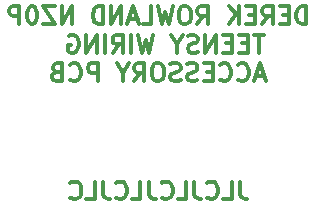
<source format=gbr>
%TF.GenerationSoftware,KiCad,Pcbnew,8.0.7*%
%TF.CreationDate,2025-01-27T22:31:33-06:00*%
%TF.ProjectId,teensy-acc-pcb,7465656e-7379-42d6-9163-632d7063622e,rev?*%
%TF.SameCoordinates,Original*%
%TF.FileFunction,Legend,Bot*%
%TF.FilePolarity,Positive*%
%FSLAX46Y46*%
G04 Gerber Fmt 4.6, Leading zero omitted, Abs format (unit mm)*
G04 Created by KiCad (PCBNEW 8.0.7) date 2025-01-27 22:31:33*
%MOMM*%
%LPD*%
G01*
G04 APERTURE LIST*
%ADD10C,0.300000*%
G04 APERTURE END LIST*
D10*
X125428571Y-106800828D02*
X125428571Y-107872257D01*
X125428571Y-107872257D02*
X125500000Y-108086542D01*
X125500000Y-108086542D02*
X125642857Y-108229400D01*
X125642857Y-108229400D02*
X125857143Y-108300828D01*
X125857143Y-108300828D02*
X126000000Y-108300828D01*
X124000000Y-108300828D02*
X124714286Y-108300828D01*
X124714286Y-108300828D02*
X124714286Y-106800828D01*
X122642857Y-108157971D02*
X122714285Y-108229400D01*
X122714285Y-108229400D02*
X122928571Y-108300828D01*
X122928571Y-108300828D02*
X123071428Y-108300828D01*
X123071428Y-108300828D02*
X123285714Y-108229400D01*
X123285714Y-108229400D02*
X123428571Y-108086542D01*
X123428571Y-108086542D02*
X123500000Y-107943685D01*
X123500000Y-107943685D02*
X123571428Y-107657971D01*
X123571428Y-107657971D02*
X123571428Y-107443685D01*
X123571428Y-107443685D02*
X123500000Y-107157971D01*
X123500000Y-107157971D02*
X123428571Y-107015114D01*
X123428571Y-107015114D02*
X123285714Y-106872257D01*
X123285714Y-106872257D02*
X123071428Y-106800828D01*
X123071428Y-106800828D02*
X122928571Y-106800828D01*
X122928571Y-106800828D02*
X122714285Y-106872257D01*
X122714285Y-106872257D02*
X122642857Y-106943685D01*
X121571428Y-106800828D02*
X121571428Y-107872257D01*
X121571428Y-107872257D02*
X121642857Y-108086542D01*
X121642857Y-108086542D02*
X121785714Y-108229400D01*
X121785714Y-108229400D02*
X122000000Y-108300828D01*
X122000000Y-108300828D02*
X122142857Y-108300828D01*
X120142857Y-108300828D02*
X120857143Y-108300828D01*
X120857143Y-108300828D02*
X120857143Y-106800828D01*
X118785714Y-108157971D02*
X118857142Y-108229400D01*
X118857142Y-108229400D02*
X119071428Y-108300828D01*
X119071428Y-108300828D02*
X119214285Y-108300828D01*
X119214285Y-108300828D02*
X119428571Y-108229400D01*
X119428571Y-108229400D02*
X119571428Y-108086542D01*
X119571428Y-108086542D02*
X119642857Y-107943685D01*
X119642857Y-107943685D02*
X119714285Y-107657971D01*
X119714285Y-107657971D02*
X119714285Y-107443685D01*
X119714285Y-107443685D02*
X119642857Y-107157971D01*
X119642857Y-107157971D02*
X119571428Y-107015114D01*
X119571428Y-107015114D02*
X119428571Y-106872257D01*
X119428571Y-106872257D02*
X119214285Y-106800828D01*
X119214285Y-106800828D02*
X119071428Y-106800828D01*
X119071428Y-106800828D02*
X118857142Y-106872257D01*
X118857142Y-106872257D02*
X118785714Y-106943685D01*
X117714285Y-106800828D02*
X117714285Y-107872257D01*
X117714285Y-107872257D02*
X117785714Y-108086542D01*
X117785714Y-108086542D02*
X117928571Y-108229400D01*
X117928571Y-108229400D02*
X118142857Y-108300828D01*
X118142857Y-108300828D02*
X118285714Y-108300828D01*
X116285714Y-108300828D02*
X117000000Y-108300828D01*
X117000000Y-108300828D02*
X117000000Y-106800828D01*
X114928571Y-108157971D02*
X114999999Y-108229400D01*
X114999999Y-108229400D02*
X115214285Y-108300828D01*
X115214285Y-108300828D02*
X115357142Y-108300828D01*
X115357142Y-108300828D02*
X115571428Y-108229400D01*
X115571428Y-108229400D02*
X115714285Y-108086542D01*
X115714285Y-108086542D02*
X115785714Y-107943685D01*
X115785714Y-107943685D02*
X115857142Y-107657971D01*
X115857142Y-107657971D02*
X115857142Y-107443685D01*
X115857142Y-107443685D02*
X115785714Y-107157971D01*
X115785714Y-107157971D02*
X115714285Y-107015114D01*
X115714285Y-107015114D02*
X115571428Y-106872257D01*
X115571428Y-106872257D02*
X115357142Y-106800828D01*
X115357142Y-106800828D02*
X115214285Y-106800828D01*
X115214285Y-106800828D02*
X114999999Y-106872257D01*
X114999999Y-106872257D02*
X114928571Y-106943685D01*
X113857142Y-106800828D02*
X113857142Y-107872257D01*
X113857142Y-107872257D02*
X113928571Y-108086542D01*
X113928571Y-108086542D02*
X114071428Y-108229400D01*
X114071428Y-108229400D02*
X114285714Y-108300828D01*
X114285714Y-108300828D02*
X114428571Y-108300828D01*
X112428571Y-108300828D02*
X113142857Y-108300828D01*
X113142857Y-108300828D02*
X113142857Y-106800828D01*
X111071428Y-108157971D02*
X111142856Y-108229400D01*
X111142856Y-108229400D02*
X111357142Y-108300828D01*
X111357142Y-108300828D02*
X111499999Y-108300828D01*
X111499999Y-108300828D02*
X111714285Y-108229400D01*
X111714285Y-108229400D02*
X111857142Y-108086542D01*
X111857142Y-108086542D02*
X111928571Y-107943685D01*
X111928571Y-107943685D02*
X111999999Y-107657971D01*
X111999999Y-107657971D02*
X111999999Y-107443685D01*
X111999999Y-107443685D02*
X111928571Y-107157971D01*
X111928571Y-107157971D02*
X111857142Y-107015114D01*
X111857142Y-107015114D02*
X111714285Y-106872257D01*
X111714285Y-106872257D02*
X111499999Y-106800828D01*
X111499999Y-106800828D02*
X111357142Y-106800828D01*
X111357142Y-106800828D02*
X111142856Y-106872257D01*
X111142856Y-106872257D02*
X111071428Y-106943685D01*
X131035714Y-93470996D02*
X131035714Y-91970996D01*
X131035714Y-91970996D02*
X130678571Y-91970996D01*
X130678571Y-91970996D02*
X130464285Y-92042425D01*
X130464285Y-92042425D02*
X130321428Y-92185282D01*
X130321428Y-92185282D02*
X130249999Y-92328139D01*
X130249999Y-92328139D02*
X130178571Y-92613853D01*
X130178571Y-92613853D02*
X130178571Y-92828139D01*
X130178571Y-92828139D02*
X130249999Y-93113853D01*
X130249999Y-93113853D02*
X130321428Y-93256710D01*
X130321428Y-93256710D02*
X130464285Y-93399568D01*
X130464285Y-93399568D02*
X130678571Y-93470996D01*
X130678571Y-93470996D02*
X131035714Y-93470996D01*
X129535714Y-92685282D02*
X129035714Y-92685282D01*
X128821428Y-93470996D02*
X129535714Y-93470996D01*
X129535714Y-93470996D02*
X129535714Y-91970996D01*
X129535714Y-91970996D02*
X128821428Y-91970996D01*
X127321428Y-93470996D02*
X127821428Y-92756710D01*
X128178571Y-93470996D02*
X128178571Y-91970996D01*
X128178571Y-91970996D02*
X127607142Y-91970996D01*
X127607142Y-91970996D02*
X127464285Y-92042425D01*
X127464285Y-92042425D02*
X127392856Y-92113853D01*
X127392856Y-92113853D02*
X127321428Y-92256710D01*
X127321428Y-92256710D02*
X127321428Y-92470996D01*
X127321428Y-92470996D02*
X127392856Y-92613853D01*
X127392856Y-92613853D02*
X127464285Y-92685282D01*
X127464285Y-92685282D02*
X127607142Y-92756710D01*
X127607142Y-92756710D02*
X128178571Y-92756710D01*
X126678571Y-92685282D02*
X126178571Y-92685282D01*
X125964285Y-93470996D02*
X126678571Y-93470996D01*
X126678571Y-93470996D02*
X126678571Y-91970996D01*
X126678571Y-91970996D02*
X125964285Y-91970996D01*
X125321428Y-93470996D02*
X125321428Y-91970996D01*
X124464285Y-93470996D02*
X125107142Y-92613853D01*
X124464285Y-91970996D02*
X125321428Y-92828139D01*
X121821428Y-93470996D02*
X122321428Y-92756710D01*
X122678571Y-93470996D02*
X122678571Y-91970996D01*
X122678571Y-91970996D02*
X122107142Y-91970996D01*
X122107142Y-91970996D02*
X121964285Y-92042425D01*
X121964285Y-92042425D02*
X121892856Y-92113853D01*
X121892856Y-92113853D02*
X121821428Y-92256710D01*
X121821428Y-92256710D02*
X121821428Y-92470996D01*
X121821428Y-92470996D02*
X121892856Y-92613853D01*
X121892856Y-92613853D02*
X121964285Y-92685282D01*
X121964285Y-92685282D02*
X122107142Y-92756710D01*
X122107142Y-92756710D02*
X122678571Y-92756710D01*
X120892856Y-91970996D02*
X120607142Y-91970996D01*
X120607142Y-91970996D02*
X120464285Y-92042425D01*
X120464285Y-92042425D02*
X120321428Y-92185282D01*
X120321428Y-92185282D02*
X120249999Y-92470996D01*
X120249999Y-92470996D02*
X120249999Y-92970996D01*
X120249999Y-92970996D02*
X120321428Y-93256710D01*
X120321428Y-93256710D02*
X120464285Y-93399568D01*
X120464285Y-93399568D02*
X120607142Y-93470996D01*
X120607142Y-93470996D02*
X120892856Y-93470996D01*
X120892856Y-93470996D02*
X121035714Y-93399568D01*
X121035714Y-93399568D02*
X121178571Y-93256710D01*
X121178571Y-93256710D02*
X121249999Y-92970996D01*
X121249999Y-92970996D02*
X121249999Y-92470996D01*
X121249999Y-92470996D02*
X121178571Y-92185282D01*
X121178571Y-92185282D02*
X121035714Y-92042425D01*
X121035714Y-92042425D02*
X120892856Y-91970996D01*
X119749999Y-91970996D02*
X119392856Y-93470996D01*
X119392856Y-93470996D02*
X119107142Y-92399568D01*
X119107142Y-92399568D02*
X118821427Y-93470996D01*
X118821427Y-93470996D02*
X118464285Y-91970996D01*
X117178570Y-93470996D02*
X117892856Y-93470996D01*
X117892856Y-93470996D02*
X117892856Y-91970996D01*
X116749998Y-93042425D02*
X116035713Y-93042425D01*
X116892855Y-93470996D02*
X116392855Y-91970996D01*
X116392855Y-91970996D02*
X115892855Y-93470996D01*
X115392856Y-93470996D02*
X115392856Y-91970996D01*
X115392856Y-91970996D02*
X114535713Y-93470996D01*
X114535713Y-93470996D02*
X114535713Y-91970996D01*
X113821427Y-93470996D02*
X113821427Y-91970996D01*
X113821427Y-91970996D02*
X113464284Y-91970996D01*
X113464284Y-91970996D02*
X113249998Y-92042425D01*
X113249998Y-92042425D02*
X113107141Y-92185282D01*
X113107141Y-92185282D02*
X113035712Y-92328139D01*
X113035712Y-92328139D02*
X112964284Y-92613853D01*
X112964284Y-92613853D02*
X112964284Y-92828139D01*
X112964284Y-92828139D02*
X113035712Y-93113853D01*
X113035712Y-93113853D02*
X113107141Y-93256710D01*
X113107141Y-93256710D02*
X113249998Y-93399568D01*
X113249998Y-93399568D02*
X113464284Y-93470996D01*
X113464284Y-93470996D02*
X113821427Y-93470996D01*
X111178570Y-93470996D02*
X111178570Y-91970996D01*
X111178570Y-91970996D02*
X110321427Y-93470996D01*
X110321427Y-93470996D02*
X110321427Y-91970996D01*
X109749998Y-91970996D02*
X108749998Y-91970996D01*
X108749998Y-91970996D02*
X109749998Y-93470996D01*
X109749998Y-93470996D02*
X108749998Y-93470996D01*
X107892855Y-91970996D02*
X107749998Y-91970996D01*
X107749998Y-91970996D02*
X107607141Y-92042425D01*
X107607141Y-92042425D02*
X107535713Y-92113853D01*
X107535713Y-92113853D02*
X107464284Y-92256710D01*
X107464284Y-92256710D02*
X107392855Y-92542425D01*
X107392855Y-92542425D02*
X107392855Y-92899568D01*
X107392855Y-92899568D02*
X107464284Y-93185282D01*
X107464284Y-93185282D02*
X107535713Y-93328139D01*
X107535713Y-93328139D02*
X107607141Y-93399568D01*
X107607141Y-93399568D02*
X107749998Y-93470996D01*
X107749998Y-93470996D02*
X107892855Y-93470996D01*
X107892855Y-93470996D02*
X108035713Y-93399568D01*
X108035713Y-93399568D02*
X108107141Y-93328139D01*
X108107141Y-93328139D02*
X108178570Y-93185282D01*
X108178570Y-93185282D02*
X108249998Y-92899568D01*
X108249998Y-92899568D02*
X108249998Y-92542425D01*
X108249998Y-92542425D02*
X108178570Y-92256710D01*
X108178570Y-92256710D02*
X108107141Y-92113853D01*
X108107141Y-92113853D02*
X108035713Y-92042425D01*
X108035713Y-92042425D02*
X107892855Y-91970996D01*
X106749999Y-93470996D02*
X106749999Y-91970996D01*
X106749999Y-91970996D02*
X106178570Y-91970996D01*
X106178570Y-91970996D02*
X106035713Y-92042425D01*
X106035713Y-92042425D02*
X105964284Y-92113853D01*
X105964284Y-92113853D02*
X105892856Y-92256710D01*
X105892856Y-92256710D02*
X105892856Y-92470996D01*
X105892856Y-92470996D02*
X105964284Y-92613853D01*
X105964284Y-92613853D02*
X106035713Y-92685282D01*
X106035713Y-92685282D02*
X106178570Y-92756710D01*
X106178570Y-92756710D02*
X106749999Y-92756710D01*
X127428571Y-94385912D02*
X126571429Y-94385912D01*
X127000000Y-95885912D02*
X127000000Y-94385912D01*
X126071429Y-95100198D02*
X125571429Y-95100198D01*
X125357143Y-95885912D02*
X126071429Y-95885912D01*
X126071429Y-95885912D02*
X126071429Y-94385912D01*
X126071429Y-94385912D02*
X125357143Y-94385912D01*
X124714286Y-95100198D02*
X124214286Y-95100198D01*
X124000000Y-95885912D02*
X124714286Y-95885912D01*
X124714286Y-95885912D02*
X124714286Y-94385912D01*
X124714286Y-94385912D02*
X124000000Y-94385912D01*
X123357143Y-95885912D02*
X123357143Y-94385912D01*
X123357143Y-94385912D02*
X122500000Y-95885912D01*
X122500000Y-95885912D02*
X122500000Y-94385912D01*
X121857142Y-95814484D02*
X121642857Y-95885912D01*
X121642857Y-95885912D02*
X121285714Y-95885912D01*
X121285714Y-95885912D02*
X121142857Y-95814484D01*
X121142857Y-95814484D02*
X121071428Y-95743055D01*
X121071428Y-95743055D02*
X120999999Y-95600198D01*
X120999999Y-95600198D02*
X120999999Y-95457341D01*
X120999999Y-95457341D02*
X121071428Y-95314484D01*
X121071428Y-95314484D02*
X121142857Y-95243055D01*
X121142857Y-95243055D02*
X121285714Y-95171626D01*
X121285714Y-95171626D02*
X121571428Y-95100198D01*
X121571428Y-95100198D02*
X121714285Y-95028769D01*
X121714285Y-95028769D02*
X121785714Y-94957341D01*
X121785714Y-94957341D02*
X121857142Y-94814484D01*
X121857142Y-94814484D02*
X121857142Y-94671626D01*
X121857142Y-94671626D02*
X121785714Y-94528769D01*
X121785714Y-94528769D02*
X121714285Y-94457341D01*
X121714285Y-94457341D02*
X121571428Y-94385912D01*
X121571428Y-94385912D02*
X121214285Y-94385912D01*
X121214285Y-94385912D02*
X120999999Y-94457341D01*
X120071428Y-95171626D02*
X120071428Y-95885912D01*
X120571428Y-94385912D02*
X120071428Y-95171626D01*
X120071428Y-95171626D02*
X119571428Y-94385912D01*
X118071429Y-94385912D02*
X117714286Y-95885912D01*
X117714286Y-95885912D02*
X117428572Y-94814484D01*
X117428572Y-94814484D02*
X117142857Y-95885912D01*
X117142857Y-95885912D02*
X116785715Y-94385912D01*
X116214286Y-95885912D02*
X116214286Y-94385912D01*
X114642857Y-95885912D02*
X115142857Y-95171626D01*
X115500000Y-95885912D02*
X115500000Y-94385912D01*
X115500000Y-94385912D02*
X114928571Y-94385912D01*
X114928571Y-94385912D02*
X114785714Y-94457341D01*
X114785714Y-94457341D02*
X114714285Y-94528769D01*
X114714285Y-94528769D02*
X114642857Y-94671626D01*
X114642857Y-94671626D02*
X114642857Y-94885912D01*
X114642857Y-94885912D02*
X114714285Y-95028769D01*
X114714285Y-95028769D02*
X114785714Y-95100198D01*
X114785714Y-95100198D02*
X114928571Y-95171626D01*
X114928571Y-95171626D02*
X115500000Y-95171626D01*
X114000000Y-95885912D02*
X114000000Y-94385912D01*
X113285714Y-95885912D02*
X113285714Y-94385912D01*
X113285714Y-94385912D02*
X112428571Y-95885912D01*
X112428571Y-95885912D02*
X112428571Y-94385912D01*
X110928570Y-94457341D02*
X111071428Y-94385912D01*
X111071428Y-94385912D02*
X111285713Y-94385912D01*
X111285713Y-94385912D02*
X111499999Y-94457341D01*
X111499999Y-94457341D02*
X111642856Y-94600198D01*
X111642856Y-94600198D02*
X111714285Y-94743055D01*
X111714285Y-94743055D02*
X111785713Y-95028769D01*
X111785713Y-95028769D02*
X111785713Y-95243055D01*
X111785713Y-95243055D02*
X111714285Y-95528769D01*
X111714285Y-95528769D02*
X111642856Y-95671626D01*
X111642856Y-95671626D02*
X111499999Y-95814484D01*
X111499999Y-95814484D02*
X111285713Y-95885912D01*
X111285713Y-95885912D02*
X111142856Y-95885912D01*
X111142856Y-95885912D02*
X110928570Y-95814484D01*
X110928570Y-95814484D02*
X110857142Y-95743055D01*
X110857142Y-95743055D02*
X110857142Y-95243055D01*
X110857142Y-95243055D02*
X111142856Y-95243055D01*
X127464284Y-97872257D02*
X126749999Y-97872257D01*
X127607141Y-98300828D02*
X127107141Y-96800828D01*
X127107141Y-96800828D02*
X126607141Y-98300828D01*
X125249999Y-98157971D02*
X125321427Y-98229400D01*
X125321427Y-98229400D02*
X125535713Y-98300828D01*
X125535713Y-98300828D02*
X125678570Y-98300828D01*
X125678570Y-98300828D02*
X125892856Y-98229400D01*
X125892856Y-98229400D02*
X126035713Y-98086542D01*
X126035713Y-98086542D02*
X126107142Y-97943685D01*
X126107142Y-97943685D02*
X126178570Y-97657971D01*
X126178570Y-97657971D02*
X126178570Y-97443685D01*
X126178570Y-97443685D02*
X126107142Y-97157971D01*
X126107142Y-97157971D02*
X126035713Y-97015114D01*
X126035713Y-97015114D02*
X125892856Y-96872257D01*
X125892856Y-96872257D02*
X125678570Y-96800828D01*
X125678570Y-96800828D02*
X125535713Y-96800828D01*
X125535713Y-96800828D02*
X125321427Y-96872257D01*
X125321427Y-96872257D02*
X125249999Y-96943685D01*
X123749999Y-98157971D02*
X123821427Y-98229400D01*
X123821427Y-98229400D02*
X124035713Y-98300828D01*
X124035713Y-98300828D02*
X124178570Y-98300828D01*
X124178570Y-98300828D02*
X124392856Y-98229400D01*
X124392856Y-98229400D02*
X124535713Y-98086542D01*
X124535713Y-98086542D02*
X124607142Y-97943685D01*
X124607142Y-97943685D02*
X124678570Y-97657971D01*
X124678570Y-97657971D02*
X124678570Y-97443685D01*
X124678570Y-97443685D02*
X124607142Y-97157971D01*
X124607142Y-97157971D02*
X124535713Y-97015114D01*
X124535713Y-97015114D02*
X124392856Y-96872257D01*
X124392856Y-96872257D02*
X124178570Y-96800828D01*
X124178570Y-96800828D02*
X124035713Y-96800828D01*
X124035713Y-96800828D02*
X123821427Y-96872257D01*
X123821427Y-96872257D02*
X123749999Y-96943685D01*
X123107142Y-97515114D02*
X122607142Y-97515114D01*
X122392856Y-98300828D02*
X123107142Y-98300828D01*
X123107142Y-98300828D02*
X123107142Y-96800828D01*
X123107142Y-96800828D02*
X122392856Y-96800828D01*
X121821427Y-98229400D02*
X121607142Y-98300828D01*
X121607142Y-98300828D02*
X121249999Y-98300828D01*
X121249999Y-98300828D02*
X121107142Y-98229400D01*
X121107142Y-98229400D02*
X121035713Y-98157971D01*
X121035713Y-98157971D02*
X120964284Y-98015114D01*
X120964284Y-98015114D02*
X120964284Y-97872257D01*
X120964284Y-97872257D02*
X121035713Y-97729400D01*
X121035713Y-97729400D02*
X121107142Y-97657971D01*
X121107142Y-97657971D02*
X121249999Y-97586542D01*
X121249999Y-97586542D02*
X121535713Y-97515114D01*
X121535713Y-97515114D02*
X121678570Y-97443685D01*
X121678570Y-97443685D02*
X121749999Y-97372257D01*
X121749999Y-97372257D02*
X121821427Y-97229400D01*
X121821427Y-97229400D02*
X121821427Y-97086542D01*
X121821427Y-97086542D02*
X121749999Y-96943685D01*
X121749999Y-96943685D02*
X121678570Y-96872257D01*
X121678570Y-96872257D02*
X121535713Y-96800828D01*
X121535713Y-96800828D02*
X121178570Y-96800828D01*
X121178570Y-96800828D02*
X120964284Y-96872257D01*
X120392856Y-98229400D02*
X120178571Y-98300828D01*
X120178571Y-98300828D02*
X119821428Y-98300828D01*
X119821428Y-98300828D02*
X119678571Y-98229400D01*
X119678571Y-98229400D02*
X119607142Y-98157971D01*
X119607142Y-98157971D02*
X119535713Y-98015114D01*
X119535713Y-98015114D02*
X119535713Y-97872257D01*
X119535713Y-97872257D02*
X119607142Y-97729400D01*
X119607142Y-97729400D02*
X119678571Y-97657971D01*
X119678571Y-97657971D02*
X119821428Y-97586542D01*
X119821428Y-97586542D02*
X120107142Y-97515114D01*
X120107142Y-97515114D02*
X120249999Y-97443685D01*
X120249999Y-97443685D02*
X120321428Y-97372257D01*
X120321428Y-97372257D02*
X120392856Y-97229400D01*
X120392856Y-97229400D02*
X120392856Y-97086542D01*
X120392856Y-97086542D02*
X120321428Y-96943685D01*
X120321428Y-96943685D02*
X120249999Y-96872257D01*
X120249999Y-96872257D02*
X120107142Y-96800828D01*
X120107142Y-96800828D02*
X119749999Y-96800828D01*
X119749999Y-96800828D02*
X119535713Y-96872257D01*
X118607142Y-96800828D02*
X118321428Y-96800828D01*
X118321428Y-96800828D02*
X118178571Y-96872257D01*
X118178571Y-96872257D02*
X118035714Y-97015114D01*
X118035714Y-97015114D02*
X117964285Y-97300828D01*
X117964285Y-97300828D02*
X117964285Y-97800828D01*
X117964285Y-97800828D02*
X118035714Y-98086542D01*
X118035714Y-98086542D02*
X118178571Y-98229400D01*
X118178571Y-98229400D02*
X118321428Y-98300828D01*
X118321428Y-98300828D02*
X118607142Y-98300828D01*
X118607142Y-98300828D02*
X118750000Y-98229400D01*
X118750000Y-98229400D02*
X118892857Y-98086542D01*
X118892857Y-98086542D02*
X118964285Y-97800828D01*
X118964285Y-97800828D02*
X118964285Y-97300828D01*
X118964285Y-97300828D02*
X118892857Y-97015114D01*
X118892857Y-97015114D02*
X118750000Y-96872257D01*
X118750000Y-96872257D02*
X118607142Y-96800828D01*
X116464285Y-98300828D02*
X116964285Y-97586542D01*
X117321428Y-98300828D02*
X117321428Y-96800828D01*
X117321428Y-96800828D02*
X116749999Y-96800828D01*
X116749999Y-96800828D02*
X116607142Y-96872257D01*
X116607142Y-96872257D02*
X116535713Y-96943685D01*
X116535713Y-96943685D02*
X116464285Y-97086542D01*
X116464285Y-97086542D02*
X116464285Y-97300828D01*
X116464285Y-97300828D02*
X116535713Y-97443685D01*
X116535713Y-97443685D02*
X116607142Y-97515114D01*
X116607142Y-97515114D02*
X116749999Y-97586542D01*
X116749999Y-97586542D02*
X117321428Y-97586542D01*
X115535713Y-97586542D02*
X115535713Y-98300828D01*
X116035713Y-96800828D02*
X115535713Y-97586542D01*
X115535713Y-97586542D02*
X115035713Y-96800828D01*
X113392857Y-98300828D02*
X113392857Y-96800828D01*
X113392857Y-96800828D02*
X112821428Y-96800828D01*
X112821428Y-96800828D02*
X112678571Y-96872257D01*
X112678571Y-96872257D02*
X112607142Y-96943685D01*
X112607142Y-96943685D02*
X112535714Y-97086542D01*
X112535714Y-97086542D02*
X112535714Y-97300828D01*
X112535714Y-97300828D02*
X112607142Y-97443685D01*
X112607142Y-97443685D02*
X112678571Y-97515114D01*
X112678571Y-97515114D02*
X112821428Y-97586542D01*
X112821428Y-97586542D02*
X113392857Y-97586542D01*
X111035714Y-98157971D02*
X111107142Y-98229400D01*
X111107142Y-98229400D02*
X111321428Y-98300828D01*
X111321428Y-98300828D02*
X111464285Y-98300828D01*
X111464285Y-98300828D02*
X111678571Y-98229400D01*
X111678571Y-98229400D02*
X111821428Y-98086542D01*
X111821428Y-98086542D02*
X111892857Y-97943685D01*
X111892857Y-97943685D02*
X111964285Y-97657971D01*
X111964285Y-97657971D02*
X111964285Y-97443685D01*
X111964285Y-97443685D02*
X111892857Y-97157971D01*
X111892857Y-97157971D02*
X111821428Y-97015114D01*
X111821428Y-97015114D02*
X111678571Y-96872257D01*
X111678571Y-96872257D02*
X111464285Y-96800828D01*
X111464285Y-96800828D02*
X111321428Y-96800828D01*
X111321428Y-96800828D02*
X111107142Y-96872257D01*
X111107142Y-96872257D02*
X111035714Y-96943685D01*
X109892857Y-97515114D02*
X109678571Y-97586542D01*
X109678571Y-97586542D02*
X109607142Y-97657971D01*
X109607142Y-97657971D02*
X109535714Y-97800828D01*
X109535714Y-97800828D02*
X109535714Y-98015114D01*
X109535714Y-98015114D02*
X109607142Y-98157971D01*
X109607142Y-98157971D02*
X109678571Y-98229400D01*
X109678571Y-98229400D02*
X109821428Y-98300828D01*
X109821428Y-98300828D02*
X110392857Y-98300828D01*
X110392857Y-98300828D02*
X110392857Y-96800828D01*
X110392857Y-96800828D02*
X109892857Y-96800828D01*
X109892857Y-96800828D02*
X109750000Y-96872257D01*
X109750000Y-96872257D02*
X109678571Y-96943685D01*
X109678571Y-96943685D02*
X109607142Y-97086542D01*
X109607142Y-97086542D02*
X109607142Y-97229400D01*
X109607142Y-97229400D02*
X109678571Y-97372257D01*
X109678571Y-97372257D02*
X109750000Y-97443685D01*
X109750000Y-97443685D02*
X109892857Y-97515114D01*
X109892857Y-97515114D02*
X110392857Y-97515114D01*
M02*

</source>
